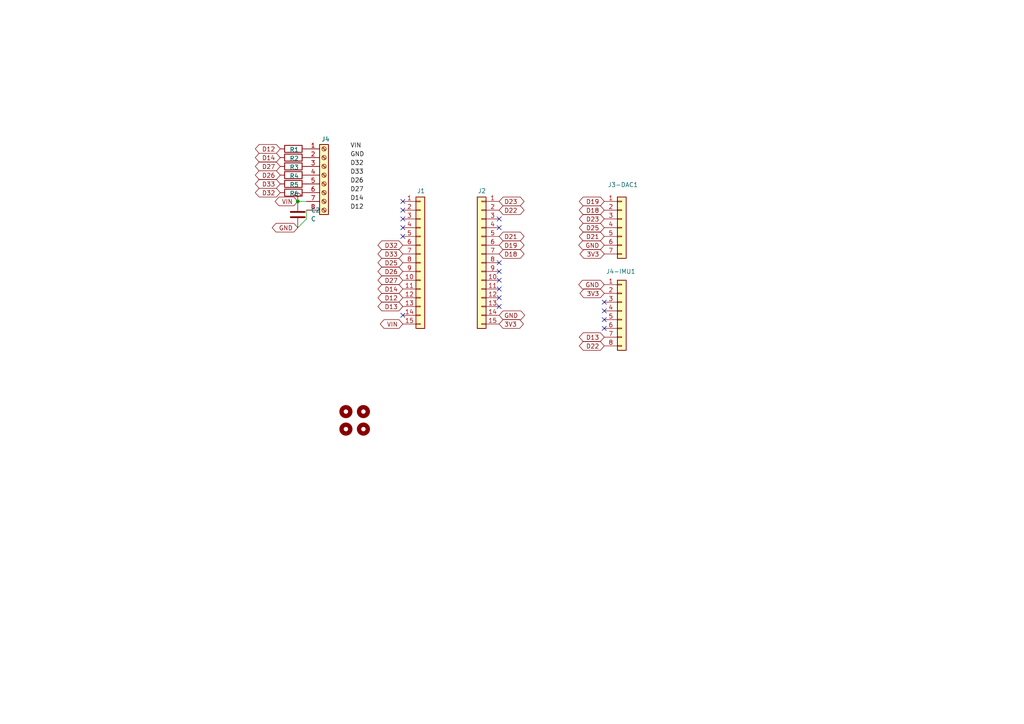
<source format=kicad_sch>
(kicad_sch (version 20250114) (generator "eeschema") (generator_version "9.0")
  (paper "A4")
  (lib_symbols
    (symbol "Connector:Screw_Terminal_01x08" (pin_names (offset 1.016) (hide yes))
      (property "Reference" "J" (at 0 10.16 0))
      (property "Value" "Screw_Terminal_01x08" (at 0 -12.7 0))
      (symbol "Screw_Terminal_01x08_1_1"
        (rectangle (start -1.27 8.89) (end 1.27 -11.43) (stroke (width 0.254)) (fill (type background)))
        (polyline (pts (xy -0.5334 7.9502) (xy 0.3302 7.112)) (stroke (width 0.1524)))
        (polyline (pts (xy -0.5334 5.4102) (xy 0.3302 4.572)) (stroke (width 0.1524)))
        (polyline (pts (xy -0.5334 2.8702) (xy 0.3302 2.032)) (stroke (width 0.1524)))
        (polyline (pts (xy -0.5334 0.3302) (xy 0.3302 -0.508)) (stroke (width 0.1524)))
        (polyline (pts (xy -0.5334 -2.2098) (xy 0.3302 -3.048)) (stroke (width 0.1524)))
        (polyline (pts (xy -0.5334 -4.7498) (xy 0.3302 -5.588)) (stroke (width 0.1524)))
        (polyline (pts (xy -0.5334 -7.2898) (xy 0.3302 -8.128)) (stroke (width 0.1524)))
        (polyline (pts (xy -0.5334 -9.8298) (xy 0.3302 -10.668)) (stroke (width 0.1524)))
        (polyline (pts (xy -0.3556 8.128) (xy 0.508 7.2898)) (stroke (width 0.1524)))
        (polyline (pts (xy -0.3556 5.588) (xy 0.508 4.7498)) (stroke (width 0.1524)))
        (polyline (pts (xy -0.3556 3.048) (xy 0.508 2.2098)) (stroke (width 0.1524)))
        (polyline (pts (xy -0.3556 0.508) (xy 0.508 -0.3302)) (stroke (width 0.1524)))
        (polyline (pts (xy -0.3556 -2.032) (xy 0.508 -2.8702)) (stroke (width 0.1524)))
        (polyline (pts (xy -0.3556 -4.572) (xy 0.508 -5.4102)) (stroke (width 0.1524)))
        (polyline (pts (xy -0.3556 -7.112) (xy 0.508 -7.9502)) (stroke (width 0.1524)))
        (polyline (pts (xy -0.3556 -9.652) (xy 0.508 -10.4902)) (stroke (width 0.1524)))
        (circle (center 0 7.62) (radius 0.635) (stroke (width 0.1524)))
        (circle (center 0 5.08) (radius 0.635) (stroke (width 0.1524)))
        (circle (center 0 2.54) (radius 0.635) (stroke (width 0.1524)))
        (circle (center 0 0) (radius 0.635) (stroke (width 0.1524)))
        (circle (center 0 -2.54) (radius 0.635) (stroke (width 0.1524)))
        (circle (center 0 -5.08) (radius 0.635) (stroke (width 0.1524)))
        (circle (center 0 -7.62) (radius 0.635) (stroke (width 0.1524)))
        (circle (center 0 -10.16) (radius 0.635) (stroke (width 0.1524)))
        (pin passive line (at -5.08 7.62 0) (length 3.81) (name "Pin_1") (number "1"))
        (pin passive line (at -5.08 5.08 0) (length 3.81) (name "Pin_2") (number "2"))
        (pin passive line (at -5.08 2.54 0) (length 3.81) (name "Pin_3") (number "3"))
        (pin passive line (at -5.08 0 0) (length 3.81) (name "Pin_4") (number "4"))
        (pin passive line (at -5.08 -2.54 0) (length 3.81) (name "Pin_5") (number "5"))
        (pin passive line (at -5.08 -5.08 0) (length 3.81) (name "Pin_6") (number "6"))
        (pin passive line (at -5.08 -7.62 0) (length 3.81) (name "Pin_7") (number "7"))
        (pin passive line (at -5.08 -10.16 0) (length 3.81) (name "Pin_8") (number "8"))
      )
    )
    (symbol "Connector_Generic:Conn_01x07" (pin_names (offset 1.016) (hide yes))
      (property "Reference" "J" (at 0 10.16 0))
      (property "Value" "Conn_01x07" (at 0 -10.16 0))
      (symbol "Conn_01x07_1_1"
        (rectangle (start -1.27 8.89) (end 1.27 -8.89) (stroke (width 0.254)) (fill (type background)))
        (rectangle (start -1.27 7.747) (end 0 7.493) (stroke (width 0.1524)))
        (rectangle (start -1.27 5.207) (end 0 4.953) (stroke (width 0.1524)))
        (rectangle (start -1.27 2.667) (end 0 2.413) (stroke (width 0.1524)))
        (rectangle (start -1.27 0.127) (end 0 -0.127) (stroke (width 0.1524)))
        (rectangle (start -1.27 -2.413) (end 0 -2.667) (stroke (width 0.1524)))
        (rectangle (start -1.27 -4.953) (end 0 -5.207) (stroke (width 0.1524)))
        (rectangle (start -1.27 -7.493) (end 0 -7.747) (stroke (width 0.1524)))
        (pin passive line (at -5.08 7.62 0) (length 3.81) (name "Pin_1") (number "1"))
        (pin passive line (at -5.08 5.08 0) (length 3.81) (name "Pin_2") (number "2"))
        (pin passive line (at -5.08 2.54 0) (length 3.81) (name "Pin_3") (number "3"))
        (pin passive line (at -5.08 0 0) (length 3.81) (name "Pin_4") (number "4"))
        (pin passive line (at -5.08 -2.54 0) (length 3.81) (name "Pin_5") (number "5"))
        (pin passive line (at -5.08 -5.08 0) (length 3.81) (name "Pin_6") (number "6"))
        (pin passive line (at -5.08 -7.62 0) (length 3.81) (name "Pin_7") (number "7"))
      )
    )
    (symbol "Connector_Generic:Conn_01x08" (pin_names (offset 1.016) (hide yes))
      (property "Reference" "J" (at 0 10.16 0))
      (property "Value" "Conn_01x08" (at 0 -12.7 0))
      (symbol "Conn_01x08_1_1"
        (rectangle (start -1.27 8.89) (end 1.27 -11.43) (stroke (width 0.254)) (fill (type background)))
        (rectangle (start -1.27 7.747) (end 0 7.493) (stroke (width 0.1524)))
        (rectangle (start -1.27 5.207) (end 0 4.953) (stroke (width 0.1524)))
        (rectangle (start -1.27 2.667) (end 0 2.413) (stroke (width 0.1524)))
        (rectangle (start -1.27 0.127) (end 0 -0.127) (stroke (width 0.1524)))
        (rectangle (start -1.27 -2.413) (end 0 -2.667) (stroke (width 0.1524)))
        (rectangle (start -1.27 -4.953) (end 0 -5.207) (stroke (width 0.1524)))
        (rectangle (start -1.27 -7.493) (end 0 -7.747) (stroke (width 0.1524)))
        (rectangle (start -1.27 -10.033) (end 0 -10.287) (stroke (width 0.1524)))
        (pin passive line (at -5.08 7.62 0) (length 3.81) (name "Pin_1") (number "1"))
        (pin passive line (at -5.08 5.08 0) (length 3.81) (name "Pin_2") (number "2"))
        (pin passive line (at -5.08 2.54 0) (length 3.81) (name "Pin_3") (number "3"))
        (pin passive line (at -5.08 0 0) (length 3.81) (name "Pin_4") (number "4"))
        (pin passive line (at -5.08 -2.54 0) (length 3.81) (name "Pin_5") (number "5"))
        (pin passive line (at -5.08 -5.08 0) (length 3.81) (name "Pin_6") (number "6"))
        (pin passive line (at -5.08 -7.62 0) (length 3.81) (name "Pin_7") (number "7"))
        (pin passive line (at -5.08 -10.16 0) (length 3.81) (name "Pin_8") (number "8"))
      )
    )
    (symbol "Connector_Generic:Conn_01x15" (pin_names (offset 1.016) (hide yes))
      (property "Reference" "J" (at 0 20.32 0))
      (property "Value" "Conn_01x15" (at 0 -20.32 0))
      (symbol "Conn_01x15_1_1"
        (rectangle (start -1.27 19.05) (end 1.27 -19.05) (stroke (width 0.254)) (fill (type background)))
        (rectangle (start -1.27 17.907) (end 0 17.653) (stroke (width 0.1524)))
        (rectangle (start -1.27 15.367) (end 0 15.113) (stroke (width 0.1524)))
        (rectangle (start -1.27 12.827) (end 0 12.573) (stroke (width 0.1524)))
        (rectangle (start -1.27 10.287) (end 0 10.033) (stroke (width 0.1524)))
        (rectangle (start -1.27 7.747) (end 0 7.493) (stroke (width 0.1524)))
        (rectangle (start -1.27 5.207) (end 0 4.953) (stroke (width 0.1524)))
        (rectangle (start -1.27 2.667) (end 0 2.413) (stroke (width 0.1524)))
        (rectangle (start -1.27 0.127) (end 0 -0.127) (stroke (width 0.1524)))
        (rectangle (start -1.27 -2.413) (end 0 -2.667) (stroke (width 0.1524)))
        (rectangle (start -1.27 -4.953) (end 0 -5.207) (stroke (width 0.1524)))
        (rectangle (start -1.27 -7.493) (end 0 -7.747) (stroke (width 0.1524)))
        (rectangle (start -1.27 -10.033) (end 0 -10.287) (stroke (width 0.1524)))
        (rectangle (start -1.27 -12.573) (end 0 -12.827) (stroke (width 0.1524)))
        (rectangle (start -1.27 -15.113) (end 0 -15.367) (stroke (width 0.1524)))
        (rectangle (start -1.27 -17.653) (end 0 -17.907) (stroke (width 0.1524)))
        (pin passive line (at -5.08 17.78 0) (length 3.81) (name "Pin_1") (number "1"))
        (pin passive line (at -5.08 15.24 0) (length 3.81) (name "Pin_2") (number "2"))
        (pin passive line (at -5.08 12.7 0) (length 3.81) (name "Pin_3") (number "3"))
        (pin passive line (at -5.08 10.16 0) (length 3.81) (name "Pin_4") (number "4"))
        (pin passive line (at -5.08 7.62 0) (length 3.81) (name "Pin_5") (number "5"))
        (pin passive line (at -5.08 5.08 0) (length 3.81) (name "Pin_6") (number "6"))
        (pin passive line (at -5.08 2.54 0) (length 3.81) (name "Pin_7") (number "7"))
        (pin passive line (at -5.08 0 0) (length 3.81) (name "Pin_8") (number "8"))
        (pin passive line (at -5.08 -2.54 0) (length 3.81) (name "Pin_9") (number "9"))
        (pin passive line (at -5.08 -5.08 0) (length 3.81) (name "Pin_10") (number "10"))
        (pin passive line (at -5.08 -7.62 0) (length 3.81) (name "Pin_11") (number "11"))
        (pin passive line (at -5.08 -10.16 0) (length 3.81) (name "Pin_12") (number "12"))
        (pin passive line (at -5.08 -12.7 0) (length 3.81) (name "Pin_13") (number "13"))
        (pin passive line (at -5.08 -15.24 0) (length 3.81) (name "Pin_14") (number "14"))
        (pin passive line (at -5.08 -17.78 0) (length 3.81) (name "Pin_15") (number "15"))
      )
    )
    (symbol "Device:C" (pin_numbers (hide yes)) (pin_names (offset 0.254))
      (property "Reference" "C" (at 0.635 2.54 0))
      (property "Value" "C" (at 0.635 -2.54 0))
      (symbol "C_0_1"
        (polyline (pts (xy -2.032 0.762) (xy 2.032 0.762)) (stroke (width 0.508)))
        (polyline (pts (xy -2.032 -0.762) (xy 2.032 -0.762)) (stroke (width 0.508)))
      )
      (symbol "C_1_1"
        (pin passive line (at 0 3.81 270) (length 2.794) (name "~") (number "1"))
        (pin passive line (at 0 -3.81 90) (length 2.794) (name "~") (number "2"))
      )
    )
    (symbol "Device:R" (pin_numbers (hide yes)) (pin_names (offset 0))
      (property "Reference" "R" (at 2.032 0 90))
      (property "Value" "R" (at 0 0 90))
      (symbol "R_0_1"
        (rectangle (start -1.016 -2.54) (end 1.016 2.54) (stroke (width 0.254)))
      )
      (symbol "R_1_1"
        (pin passive line (at 0 3.81 270) (length 1.27) (name "~") (number "1"))
        (pin passive line (at 0 -3.81 90) (length 1.27) (name "~") (number "2"))
      )
    )
    (symbol "Mechanical:MountingHole" (pin_names (offset 1.016)) (in_bom no)
      (property "Reference" "H" (at 0 5.08 0))
      (property "Value" "MountingHole" (at 0 3.175 0))
      (symbol "MountingHole_0_1"
        (circle (center 0 0) (radius 1.27) (stroke (width 1.27)))
      )
    )
    (symbol "power:PWR_FLAG" (power) (pin_numbers (hide yes)) (pin_names (offset 0) (hide yes))
      (property "Value" "PWR_FLAG" (at 0 3.81 0))
      (symbol "PWR_FLAG_0_0"
        (pin power_out line (at 0 0 90) (length 0) (name "~") (number "1"))
      )
      (symbol "PWR_FLAG_0_1"
        (polyline (pts (xy 0 0) (xy 0 1.27) (xy -1.016 1.905) (xy 0 2.54) (xy 1.016 1.905) (xy 0 1.27)))
      )
    )
  )
  (junction (at 86.36 58.42))
  (no_connect (at 116.84 60.96))
  (no_connect (at 116.84 58.42))
  (no_connect (at 116.84 63.5))
  (no_connect (at 175.26 95.25))
  (no_connect (at 144.78 86.36))
  (no_connect (at 116.84 66.04))
  (no_connect (at 144.78 76.2))
  (no_connect (at 144.78 63.5))
  (no_connect (at 116.84 68.58))
  (no_connect (at 116.84 91.44))
  (no_connect (at 144.78 83.82))
  (no_connect (at 175.26 90.17))
  (no_connect (at 144.78 81.28))
  (no_connect (at 175.26 87.63))
  (no_connect (at 144.78 78.74))
  (no_connect (at 175.26 92.71))
  (no_connect (at 144.78 88.9))
  (no_connect (at 144.78 66.04))
  (wire (pts (xy 86.36 58.42) (xy 88.9 58.42)))
  (wire (pts (xy 88.9 60.96) (xy 88.9 63.5)))
  (wire (pts (xy 88.9 63.5) (xy 86.36 66.04)))
  (label "GND" (at 101.6 45.72 0))
  (label "D26" (at 101.6 53.34 0))
  (label "D12" (at 101.6 60.96 0))
  (label "D14" (at 101.6 58.42 0))
  (label "D33" (at 101.6 50.8 0))
  (label "D32" (at 101.6 48.26 0))
  (label "VIN" (at 101.6 43.18 0))
  (label "D27" (at 101.6 55.88 0))
  (global_label "D21" (shape bidirectional) (at 144.78 68.58 0) (property "Intersheetrefs" "${INTERSHEET_REFS}" (effects (hide yes))))
  (global_label "D33" (shape bidirectional) (at 116.84 73.66 180) (property "Intersheetrefs" "${INTERSHEET_REFS}" (effects (hide yes))))
  (global_label "D19" (shape bidirectional) (at 144.78 71.12 0) (property "Intersheetrefs" "${INTERSHEET_REFS}" (effects (hide yes))))
  (global_label "D22" (shape bidirectional) (at 144.78 60.96 0) (property "Intersheetrefs" "${INTERSHEET_REFS}" (effects (hide yes))))
  (global_label "D21" (shape bidirectional) (at 175.26 68.58 180) (property "Intersheetrefs" "${INTERSHEET_REFS}" (effects (hide yes))))
  (global_label "D25" (shape bidirectional) (at 116.84 76.2 180) (property "Intersheetrefs" "${INTERSHEET_REFS}" (effects (hide yes))))
  (global_label "D18" (shape bidirectional) (at 144.78 73.66 0) (property "Intersheetrefs" "${INTERSHEET_REFS}" (effects (hide yes))))
  (global_label "D26" (shape bidirectional) (at 81.28 50.8 180) (property "Intersheetrefs" "${INTERSHEET_REFS}" (effects (hide yes))))
  (global_label "D25" (shape bidirectional) (at 175.26 66.04 180) (property "Intersheetrefs" "${INTERSHEET_REFS}" (effects (hide yes))))
  (global_label "3V3" (shape bidirectional) (at 175.26 73.66 180) (property "Intersheetrefs" "${INTERSHEET_REFS}" (effects (hide yes))))
  (global_label "VIN" (shape bidirectional) (at 116.84 93.98 180) (property "Intersheetrefs" "${INTERSHEET_REFS}" (effects (hide yes))))
  (global_label "D27" (shape bidirectional) (at 116.84 81.28 180) (property "Intersheetrefs" "${INTERSHEET_REFS}" (effects (hide yes))))
  (global_label "D22" (shape bidirectional) (at 175.26 100.33 180) (property "Intersheetrefs" "${INTERSHEET_REFS}" (effects (hide yes))))
  (global_label "D32" (shape bidirectional) (at 116.84 71.12 180) (property "Intersheetrefs" "${INTERSHEET_REFS}" (effects (hide yes))))
  (global_label "D13" (shape bidirectional) (at 116.84 88.9 180) (property "Intersheetrefs" "${INTERSHEET_REFS}" (effects (hide yes))))
  (global_label "3V3" (shape bidirectional) (at 175.26 85.09 180) (property "Intersheetrefs" "${INTERSHEET_REFS}" (effects (hide yes))))
  (global_label "D23" (shape bidirectional) (at 175.26 63.5 180) (property "Intersheetrefs" "${INTERSHEET_REFS}" (effects (hide yes))))
  (global_label "GND" (shape bidirectional) (at 175.26 82.55 180) (property "Intersheetrefs" "${INTERSHEET_REFS}" (effects (hide yes))))
  (global_label "D18" (shape bidirectional) (at 175.26 60.96 180) (property "Intersheetrefs" "${INTERSHEET_REFS}" (effects (hide yes))))
  (global_label "D13" (shape bidirectional) (at 175.26 97.79 180) (property "Intersheetrefs" "${INTERSHEET_REFS}" (effects (hide yes))))
  (global_label "D32" (shape bidirectional) (at 81.28 55.88 180) (property "Intersheetrefs" "${INTERSHEET_REFS}" (effects (hide yes))))
  (global_label "VIN" (shape bidirectional) (at 86.36 58.42 180) (property "Intersheetrefs" "${INTERSHEET_REFS}" (effects (hide yes))))
  (global_label "GND" (shape bidirectional) (at 144.78 91.44 0) (property "Intersheetrefs" "${INTERSHEET_REFS}" (effects (hide yes))))
  (global_label "3V3" (shape bidirectional) (at 144.78 93.98 0) (property "Intersheetrefs" "${INTERSHEET_REFS}" (effects (hide yes))))
  (global_label "D27" (shape bidirectional) (at 81.28 48.26 180) (property "Intersheetrefs" "${INTERSHEET_REFS}" (effects (hide yes))))
  (global_label "D33" (shape bidirectional) (at 81.28 53.34 180) (property "Intersheetrefs" "${INTERSHEET_REFS}" (effects (hide yes))))
  (global_label "GND" (shape bidirectional) (at 86.36 66.04 180) (property "Intersheetrefs" "${INTERSHEET_REFS}" (effects (hide yes))))
  (global_label "D19" (shape bidirectional) (at 175.26 58.42 180) (property "Intersheetrefs" "${INTERSHEET_REFS}" (effects (hide yes))))
  (global_label "D26" (shape bidirectional) (at 116.84 78.74 180) (property "Intersheetrefs" "${INTERSHEET_REFS}" (effects (hide yes))))
  (global_label "D14" (shape bidirectional) (at 116.84 83.82 180) (property "Intersheetrefs" "${INTERSHEET_REFS}" (effects (hide yes))))
  (global_label "D12" (shape bidirectional) (at 81.28 43.18 180) (property "Intersheetrefs" "${INTERSHEET_REFS}" (effects (hide yes))))
  (global_label "D23" (shape bidirectional) (at 144.78 58.42 0) (property "Intersheetrefs" "${INTERSHEET_REFS}" (effects (hide yes))))
  (global_label "D12" (shape bidirectional) (at 116.84 86.36 180) (property "Intersheetrefs" "${INTERSHEET_REFS}" (effects (hide yes))))
  (global_label "GND" (shape bidirectional) (at 175.26 71.12 180) (property "Intersheetrefs" "${INTERSHEET_REFS}" (effects (hide yes))))
  (global_label "D14" (shape bidirectional) (at 81.28 45.72 180) (property "Intersheetrefs" "${INTERSHEET_REFS}" (effects (hide yes))))
  (symbol (lib_id "Connector:Screw_Terminal_01x08") (at 93.98 50.8 0) (unit 1)
    (property "Reference" "J4" (at 93.218 40.386 0) (effects (justify left)))
    (property "Value" "Screw_Terminal_01x08" (effects (hide yes)))
    (property "Footprint" "TerminalBlock_Phoenix:TerminalBlock_Phoenix_PT-1,5-8-3.5-H_1x08_P3.50mm_Horizontal" (effects (hide yes)))
    (property "Description" "Generic screw terminal, single row, 01x08, script generated (kicad-library-utils/schlib/autogen/connector/)" (effects (hide yes)))
  )
  (symbol (lib_id "Connector_Generic:Conn_01x07") (at 180.34 66.04 0) (unit 1)
    (property "Reference" "J3-DAC1" (at 176.276 53.594 0) (effects (justify left)))
    (property "Value" "Conn_01x07" (effects (hide yes)))
    (property "Footprint" "Connector_PinSocket_2.54mm:PinSocket_1x07_P2.54mm_Vertical" (effects (hide yes)))
    (property "Description" "Generic connector, single row, 01x07, script generated (kicad-library-utils/schlib/autogen/connector/)" (effects (hide yes)))
  )
  (symbol (lib_id "Mechanical:MountingHole") (at 105.41 124.46 0) (unit 1) (in_bom no)
    (property "Reference" "H3" (effects (hide yes)))
    (property "Value" "MountingHole" (effects (hide yes)))
    (property "Footprint" "MountingHole:MountingHole_3.2mm_M3" (effects (hide yes)))
    (property "Description" "Mounting Hole without connection" (effects (hide yes)))
  )
  (symbol (lib_id "Device:R") (at 85.09 48.26 90) (unit 1)
    (property "Reference" "R3" (at 85.344 48.514 90))
    (property "Value" "R" (effects (hide yes)))
    (property "Footprint" "Resistor_THT:R_Axial_DIN0207_L6.3mm_D2.5mm_P7.62mm_Horizontal" (effects (hide yes)))
    (property "Description" "Resistor" (effects (hide yes)))
  )
  (symbol (lib_id "Connector_Generic:Conn_01x15") (at 139.7 76.2 0) (mirror y) (unit 1)
    (property "Reference" "J2" (at 140.97 55.372 0) (effects (justify left)))
    (property "Value" "Conn_01x15" (effects (hide yes)))
    (property "Footprint" "Connector_PinSocket_2.54mm:PinSocket_1x15_P2.54mm_Vertical" (effects (hide yes)))
    (property "Description" "Generic connector, single row, 01x15, script generated (kicad-library-utils/schlib/autogen/connector/)" (effects (hide yes)))
  )
  (symbol (lib_id "Device:R") (at 85.09 50.8 90) (unit 1)
    (property "Reference" "R4" (at 85.344 51.054 90))
    (property "Value" "R" (effects (hide yes)))
    (property "Footprint" "Resistor_THT:R_Axial_DIN0207_L6.3mm_D2.5mm_P7.62mm_Horizontal" (effects (hide yes)))
    (property "Description" "Resistor" (effects (hide yes)))
  )
  (symbol (lib_id "Mechanical:MountingHole") (at 100.33 119.38 0) (unit 1) (in_bom no)
    (property "Reference" "H1" (effects (hide yes)))
    (property "Value" "MountingHole" (effects (hide yes)))
    (property "Footprint" "MountingHole:MountingHole_3.2mm_M3" (effects (hide yes)))
    (property "Description" "Mounting Hole without connection" (effects (hide yes)))
  )
  (symbol (lib_id "power:PWR_FLAG") (at 86.36 58.42 0) (unit 1)
    (property "Reference" "#FLG01" (effects (hide yes)))
    (property "Value" "PWR_FLAG" (effects (hide yes)))
    (property "Description" "Special symbol for telling ERC where power comes from" (effects (hide yes)))
  )
  (symbol (lib_id "Device:C") (at 86.36 62.23 0) (unit 1)
    (property "Reference" "C2" (at 90.17 60.9599 0) (effects (justify left)))
    (property "Value" "C" (at 90.17 63.4999 0) (effects (justify left)))
    (property "Footprint" "Capacitor_THT:C_Radial_D10.0mm_H20.0mm_P5.00mm" (effects (hide yes)))
    (property "Description" "Unpolarized capacitor" (effects (hide yes)))
  )
  (symbol (lib_id "Device:R") (at 85.09 45.72 90) (unit 1)
    (property "Reference" "R2" (at 85.344 45.974 90))
    (property "Value" "R" (effects (hide yes)))
    (property "Footprint" "Resistor_THT:R_Axial_DIN0207_L6.3mm_D2.5mm_P7.62mm_Horizontal" (effects (hide yes)))
    (property "Description" "Resistor" (effects (hide yes)))
  )
  (symbol (lib_id "Device:R") (at 85.09 43.18 90) (unit 1)
    (property "Reference" "R1" (at 85.344 43.434 90))
    (property "Value" "R" (effects (hide yes)))
    (property "Footprint" "Resistor_THT:R_Axial_DIN0207_L6.3mm_D2.5mm_P7.62mm_Horizontal" (effects (hide yes)))
    (property "Description" "Resistor" (effects (hide yes)))
  )
  (symbol (lib_id "Connector_Generic:Conn_01x08") (at 180.34 90.17 0) (unit 1)
    (property "Reference" "J4-IMU1" (at 175.768 78.74 0) (effects (justify left)))
    (property "Value" "Conn_01x08" (effects (hide yes)))
    (property "Footprint" "Connector_PinSocket_2.54mm:PinSocket_1x08_P2.54mm_Vertical" (effects (hide yes)))
    (property "Description" "Generic connector, single row, 01x08, script generated (kicad-library-utils/schlib/autogen/connector/)" (effects (hide yes)))
  )
  (symbol (lib_id "Mechanical:MountingHole") (at 100.33 124.46 0) (unit 1) (in_bom no)
    (property "Reference" "H2" (effects (hide yes)))
    (property "Value" "MountingHole" (effects (hide yes)))
    (property "Footprint" "MountingHole:MountingHole_3.2mm_M3" (effects (hide yes)))
    (property "Description" "Mounting Hole without connection" (effects (hide yes)))
  )
  (symbol (lib_id "Device:R") (at 85.09 55.88 90) (unit 1)
    (property "Reference" "R6" (at 85.344 56.134 90))
    (property "Value" "R" (effects (hide yes)))
    (property "Footprint" "Resistor_THT:R_Axial_DIN0207_L6.3mm_D2.5mm_P7.62mm_Horizontal" (effects (hide yes)))
    (property "Description" "Resistor" (effects (hide yes)))
  )
  (symbol (lib_id "Device:R") (at 85.09 53.34 90) (unit 1)
    (property "Reference" "R5" (at 85.344 53.594 90))
    (property "Value" "R" (effects (hide yes)))
    (property "Footprint" "Resistor_THT:R_Axial_DIN0207_L6.3mm_D2.5mm_P7.62mm_Horizontal" (effects (hide yes)))
    (property "Description" "Resistor" (effects (hide yes)))
  )
  (symbol (lib_id "Mechanical:MountingHole") (at 105.41 119.38 0) (unit 1) (in_bom no)
    (property "Reference" "H4" (effects (hide yes)))
    (property "Value" "MountingHole" (effects (hide yes)))
    (property "Footprint" "MountingHole:MountingHole_3.2mm_M3" (effects (hide yes)))
    (property "Description" "Mounting Hole without connection" (effects (hide yes)))
  )
  (symbol (lib_id "Connector_Generic:Conn_01x15") (at 121.92 76.2 0) (unit 1)
    (property "Reference" "J1" (at 120.904 55.372 0) (effects (justify left)))
    (property "Value" "Conn_01x15" (effects (hide yes)))
    (property "Footprint" "Connector_PinSocket_2.54mm:PinSocket_1x15_P2.54mm_Vertical" (effects (hide yes)))
    (property "Description" "Generic connector, single row, 01x15, script generated (kicad-library-utils/schlib/autogen/connector/)" (effects (hide yes)))
  )
)
</source>
